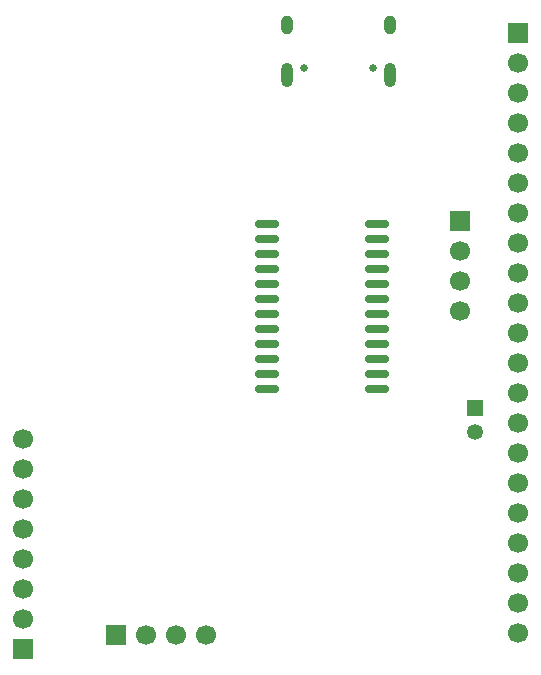
<source format=gbr>
%TF.GenerationSoftware,KiCad,Pcbnew,9.0.1*%
%TF.CreationDate,2025-05-18T16:35:06-05:00*%
%TF.ProjectId,OM-60-Rigid-PCB,4f4d2d36-302d-4526-9967-69642d504342,rev?*%
%TF.SameCoordinates,Original*%
%TF.FileFunction,Soldermask,Bot*%
%TF.FilePolarity,Negative*%
%FSLAX46Y46*%
G04 Gerber Fmt 4.6, Leading zero omitted, Abs format (unit mm)*
G04 Created by KiCad (PCBNEW 9.0.1) date 2025-05-18 16:35:06*
%MOMM*%
%LPD*%
G01*
G04 APERTURE LIST*
G04 Aperture macros list*
%AMRoundRect*
0 Rectangle with rounded corners*
0 $1 Rounding radius*
0 $2 $3 $4 $5 $6 $7 $8 $9 X,Y pos of 4 corners*
0 Add a 4 corners polygon primitive as box body*
4,1,4,$2,$3,$4,$5,$6,$7,$8,$9,$2,$3,0*
0 Add four circle primitives for the rounded corners*
1,1,$1+$1,$2,$3*
1,1,$1+$1,$4,$5*
1,1,$1+$1,$6,$7*
1,1,$1+$1,$8,$9*
0 Add four rect primitives between the rounded corners*
20,1,$1+$1,$2,$3,$4,$5,0*
20,1,$1+$1,$4,$5,$6,$7,0*
20,1,$1+$1,$6,$7,$8,$9,0*
20,1,$1+$1,$8,$9,$2,$3,0*%
G04 Aperture macros list end*
%ADD10R,1.700000X1.700000*%
%ADD11C,1.700000*%
%ADD12RoundRect,0.150000X-0.875000X-0.150000X0.875000X-0.150000X0.875000X0.150000X-0.875000X0.150000X0*%
%ADD13R,1.350000X1.350000*%
%ADD14C,1.350000*%
%ADD15C,0.650000*%
%ADD16O,1.000000X2.100000*%
%ADD17O,1.000000X1.600000*%
G04 APERTURE END LIST*
D10*
%TO.C,J1*%
X116300000Y-114000000D03*
D11*
X116300000Y-111460000D03*
X116300000Y-108920000D03*
X116300000Y-106380000D03*
X116300000Y-103840000D03*
X116300000Y-101300000D03*
X116300000Y-98760000D03*
X116300000Y-96220000D03*
%TD*%
D12*
%TO.C,U1*%
X137000000Y-92010000D03*
X137000000Y-90740000D03*
X137000000Y-89470000D03*
X137000000Y-88200000D03*
X137000000Y-86930000D03*
X137000000Y-85660000D03*
X137000000Y-84390000D03*
X137000000Y-83120000D03*
X137000000Y-81850000D03*
X137000000Y-80580000D03*
X137000000Y-79310000D03*
X137000000Y-78040000D03*
X146300000Y-78040000D03*
X146300000Y-79310000D03*
X146300000Y-80580000D03*
X146300000Y-81850000D03*
X146300000Y-83120000D03*
X146300000Y-84390000D03*
X146300000Y-85660000D03*
X146300000Y-86930000D03*
X146300000Y-88200000D03*
X146300000Y-89470000D03*
X146300000Y-90740000D03*
X146300000Y-92010000D03*
%TD*%
D10*
%TO.C,GYRO1*%
X124180000Y-112800000D03*
D11*
X126720000Y-112800000D03*
X129260000Y-112800000D03*
X131800000Y-112800000D03*
%TD*%
D13*
%TO.C,J5*%
X154600000Y-93600000D03*
D14*
X154600000Y-95600000D03*
%TD*%
D15*
%TO.C,J4*%
X145910000Y-64850000D03*
X140130000Y-64850000D03*
D16*
X147340000Y-65380000D03*
D17*
X147340000Y-61200000D03*
D16*
X138700000Y-65380000D03*
D17*
X138700000Y-61200000D03*
%TD*%
D10*
%TO.C,J3*%
X158200000Y-61840000D03*
D11*
X158200000Y-64380000D03*
X158200000Y-66920000D03*
X158200000Y-69460000D03*
X158200000Y-72000000D03*
X158200000Y-74540000D03*
X158200000Y-77080000D03*
X158200000Y-79620000D03*
X158200000Y-82160000D03*
X158200000Y-84700000D03*
X158200000Y-87240000D03*
X158200000Y-89780000D03*
X158200000Y-92320000D03*
X158200000Y-94860000D03*
X158200000Y-97400000D03*
X158200000Y-99940000D03*
X158200000Y-102480000D03*
X158200000Y-105020000D03*
X158200000Y-107560000D03*
X158200000Y-110100000D03*
X158200000Y-112640000D03*
%TD*%
D10*
%TO.C,SCRN1*%
X153300000Y-77760000D03*
D11*
X153300000Y-80300000D03*
X153300000Y-82840000D03*
X153300000Y-85380000D03*
%TD*%
M02*

</source>
